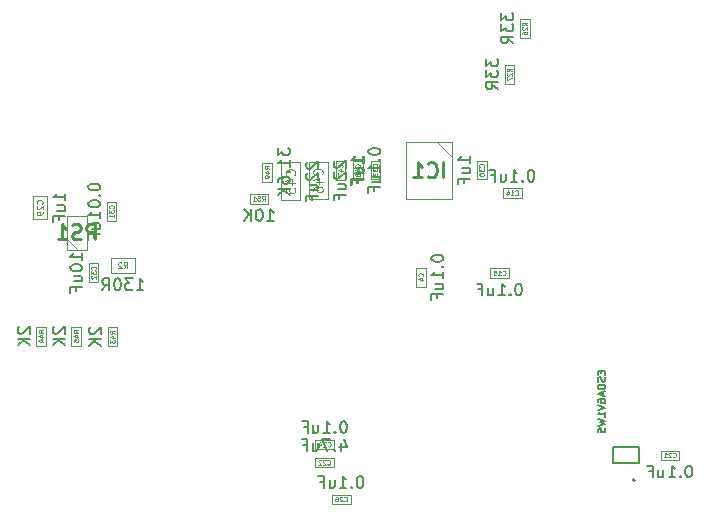
<source format=gbr>
%TF.GenerationSoftware,KiCad,Pcbnew,(6.0.2)*%
%TF.CreationDate,2022-09-17T14:06:51-08:00*%
%TF.ProjectId,HERTZ200,48455254-5a32-4303-902e-6b696361645f,VERSION 1*%
%TF.SameCoordinates,Original*%
%TF.FileFunction,AssemblyDrawing,Bot*%
%FSLAX46Y46*%
G04 Gerber Fmt 4.6, Leading zero omitted, Abs format (unit mm)*
G04 Created by KiCad (PCBNEW (6.0.2)) date 2022-09-17 14:06:51*
%MOMM*%
%LPD*%
G01*
G04 APERTURE LIST*
%ADD10C,0.150000*%
%ADD11C,0.060000*%
%ADD12C,0.120000*%
%ADD13C,0.080000*%
%ADD14C,0.254000*%
%ADD15C,0.100000*%
%ADD16C,0.127000*%
%ADD17C,0.200000*%
G04 APERTURE END LIST*
D10*
%TO.C,C47*%
X60200780Y-47461561D02*
X60200780Y-46890133D01*
X60200780Y-47175847D02*
X59200780Y-47175847D01*
X59343638Y-47080609D01*
X59438876Y-46985371D01*
X59486495Y-46890133D01*
X59534114Y-48318704D02*
X60200780Y-48318704D01*
X59534114Y-47890133D02*
X60057923Y-47890133D01*
X60153161Y-47937752D01*
X60200780Y-48032990D01*
X60200780Y-48175847D01*
X60153161Y-48271085D01*
X60105542Y-48318704D01*
X59676971Y-49128228D02*
X59676971Y-48794895D01*
X60200780Y-48794895D02*
X59200780Y-48794895D01*
X59200780Y-49271085D01*
D11*
X58461257Y-47799657D02*
X58480304Y-47780609D01*
X58499352Y-47723466D01*
X58499352Y-47685371D01*
X58480304Y-47628228D01*
X58442209Y-47590133D01*
X58404114Y-47571085D01*
X58327923Y-47552038D01*
X58270780Y-47552038D01*
X58194590Y-47571085D01*
X58156495Y-47590133D01*
X58118400Y-47628228D01*
X58099352Y-47685371D01*
X58099352Y-47723466D01*
X58118400Y-47780609D01*
X58137447Y-47799657D01*
X58232685Y-48142514D02*
X58499352Y-48142514D01*
X58080304Y-48047276D02*
X58366019Y-47952038D01*
X58366019Y-48199657D01*
X58099352Y-48313942D02*
X58099352Y-48580609D01*
X58499352Y-48409180D01*
D10*
%TO.C,C32*%
X36436580Y-55646771D02*
X36436580Y-55075342D01*
X36436580Y-55361057D02*
X35436580Y-55361057D01*
X35579438Y-55265819D01*
X35674676Y-55170580D01*
X35722295Y-55075342D01*
X35436580Y-56265819D02*
X35436580Y-56361057D01*
X35484200Y-56456295D01*
X35531819Y-56503914D01*
X35627057Y-56551533D01*
X35817533Y-56599152D01*
X36055628Y-56599152D01*
X36246104Y-56551533D01*
X36341342Y-56503914D01*
X36388961Y-56456295D01*
X36436580Y-56361057D01*
X36436580Y-56265819D01*
X36388961Y-56170580D01*
X36341342Y-56122961D01*
X36246104Y-56075342D01*
X36055628Y-56027723D01*
X35817533Y-56027723D01*
X35627057Y-56075342D01*
X35531819Y-56122961D01*
X35484200Y-56170580D01*
X35436580Y-56265819D01*
X35769914Y-57456295D02*
X36436580Y-57456295D01*
X35769914Y-57027723D02*
X36293723Y-57027723D01*
X36388961Y-57075342D01*
X36436580Y-57170580D01*
X36436580Y-57313438D01*
X36388961Y-57408676D01*
X36341342Y-57456295D01*
X35912771Y-58265819D02*
X35912771Y-57932485D01*
X36436580Y-57932485D02*
X35436580Y-57932485D01*
X35436580Y-58408676D01*
D11*
X37557057Y-56461057D02*
X37576104Y-56442009D01*
X37595152Y-56384866D01*
X37595152Y-56346771D01*
X37576104Y-56289628D01*
X37538009Y-56251533D01*
X37499914Y-56232485D01*
X37423723Y-56213438D01*
X37366580Y-56213438D01*
X37290390Y-56232485D01*
X37252295Y-56251533D01*
X37214200Y-56289628D01*
X37195152Y-56346771D01*
X37195152Y-56384866D01*
X37214200Y-56442009D01*
X37233247Y-56461057D01*
X37195152Y-56594390D02*
X37195152Y-56842009D01*
X37347533Y-56708676D01*
X37347533Y-56765819D01*
X37366580Y-56803914D01*
X37385628Y-56822961D01*
X37423723Y-56842009D01*
X37518961Y-56842009D01*
X37557057Y-56822961D01*
X37576104Y-56803914D01*
X37595152Y-56765819D01*
X37595152Y-56651533D01*
X37576104Y-56613438D01*
X37557057Y-56594390D01*
X37233247Y-56994390D02*
X37214200Y-57013438D01*
X37195152Y-57051533D01*
X37195152Y-57146771D01*
X37214200Y-57184866D01*
X37233247Y-57203914D01*
X37271342Y-57222961D01*
X37309438Y-57222961D01*
X37366580Y-57203914D01*
X37595152Y-56975342D01*
X37595152Y-57222961D01*
D10*
%TO.C,C45*%
X55499619Y-47353742D02*
X55452000Y-47401361D01*
X55404380Y-47496600D01*
X55404380Y-47734695D01*
X55452000Y-47829933D01*
X55499619Y-47877552D01*
X55594857Y-47925171D01*
X55690095Y-47925171D01*
X55832952Y-47877552D01*
X56404380Y-47306123D01*
X56404380Y-47925171D01*
X55499619Y-48306123D02*
X55452000Y-48353742D01*
X55404380Y-48448980D01*
X55404380Y-48687076D01*
X55452000Y-48782314D01*
X55499619Y-48829933D01*
X55594857Y-48877552D01*
X55690095Y-48877552D01*
X55832952Y-48829933D01*
X56404380Y-48258504D01*
X56404380Y-48877552D01*
X55737714Y-49734695D02*
X56404380Y-49734695D01*
X55737714Y-49306123D02*
X56261523Y-49306123D01*
X56356761Y-49353742D01*
X56404380Y-49448980D01*
X56404380Y-49591838D01*
X56356761Y-49687076D01*
X56309142Y-49734695D01*
X55880571Y-50544219D02*
X55880571Y-50210885D01*
X56404380Y-50210885D02*
X55404380Y-50210885D01*
X55404380Y-50687076D01*
D12*
X54387714Y-48482314D02*
X54425809Y-48444219D01*
X54463904Y-48329933D01*
X54463904Y-48253742D01*
X54425809Y-48139457D01*
X54349619Y-48063266D01*
X54273428Y-48025171D01*
X54121047Y-47987076D01*
X54006761Y-47987076D01*
X53854380Y-48025171D01*
X53778190Y-48063266D01*
X53702000Y-48139457D01*
X53663904Y-48253742D01*
X53663904Y-48329933D01*
X53702000Y-48444219D01*
X53740095Y-48482314D01*
X53930571Y-49168028D02*
X54463904Y-49168028D01*
X53625809Y-48977552D02*
X54197238Y-48787076D01*
X54197238Y-49282314D01*
X53663904Y-49968028D02*
X53663904Y-49587076D01*
X54044857Y-49548980D01*
X54006761Y-49587076D01*
X53968666Y-49663266D01*
X53968666Y-49853742D01*
X54006761Y-49929933D01*
X54044857Y-49968028D01*
X54121047Y-50006123D01*
X54311523Y-50006123D01*
X54387714Y-49968028D01*
X54425809Y-49929933D01*
X54463904Y-49853742D01*
X54463904Y-49663266D01*
X54425809Y-49587076D01*
X54387714Y-49548980D01*
D10*
%TO.C,C30*%
X69304180Y-47436161D02*
X69304180Y-46864733D01*
X69304180Y-47150447D02*
X68304180Y-47150447D01*
X68447038Y-47055209D01*
X68542276Y-46959971D01*
X68589895Y-46864733D01*
X68637514Y-48293304D02*
X69304180Y-48293304D01*
X68637514Y-47864733D02*
X69161323Y-47864733D01*
X69256561Y-47912352D01*
X69304180Y-48007590D01*
X69304180Y-48150447D01*
X69256561Y-48245685D01*
X69208942Y-48293304D01*
X68780371Y-49102828D02*
X68780371Y-48769495D01*
X69304180Y-48769495D02*
X68304180Y-48769495D01*
X68304180Y-49245685D01*
D11*
X70424657Y-47774257D02*
X70443704Y-47755209D01*
X70462752Y-47698066D01*
X70462752Y-47659971D01*
X70443704Y-47602828D01*
X70405609Y-47564733D01*
X70367514Y-47545685D01*
X70291323Y-47526638D01*
X70234180Y-47526638D01*
X70157990Y-47545685D01*
X70119895Y-47564733D01*
X70081800Y-47602828D01*
X70062752Y-47659971D01*
X70062752Y-47698066D01*
X70081800Y-47755209D01*
X70100847Y-47774257D01*
X70062752Y-47907590D02*
X70062752Y-48155209D01*
X70215133Y-48021876D01*
X70215133Y-48079019D01*
X70234180Y-48117114D01*
X70253228Y-48136161D01*
X70291323Y-48155209D01*
X70386561Y-48155209D01*
X70424657Y-48136161D01*
X70443704Y-48117114D01*
X70462752Y-48079019D01*
X70462752Y-47964733D01*
X70443704Y-47926638D01*
X70424657Y-47907590D01*
X70062752Y-48402828D02*
X70062752Y-48440923D01*
X70081800Y-48479019D01*
X70100847Y-48498066D01*
X70138942Y-48517114D01*
X70215133Y-48536161D01*
X70310371Y-48536161D01*
X70386561Y-48517114D01*
X70424657Y-48498066D01*
X70443704Y-48479019D01*
X70462752Y-48440923D01*
X70462752Y-48402828D01*
X70443704Y-48364733D01*
X70424657Y-48345685D01*
X70386561Y-48326638D01*
X70310371Y-48307590D01*
X70215133Y-48307590D01*
X70138942Y-48326638D01*
X70100847Y-48345685D01*
X70081800Y-48364733D01*
X70062752Y-48402828D01*
D10*
%TO.C,C33*%
X60287180Y-47436161D02*
X60287180Y-46864733D01*
X60287180Y-47150447D02*
X59287180Y-47150447D01*
X59430038Y-47055209D01*
X59525276Y-46959971D01*
X59572895Y-46864733D01*
X59620514Y-48293304D02*
X60287180Y-48293304D01*
X59620514Y-47864733D02*
X60144323Y-47864733D01*
X60239561Y-47912352D01*
X60287180Y-48007590D01*
X60287180Y-48150447D01*
X60239561Y-48245685D01*
X60191942Y-48293304D01*
X59763371Y-49102828D02*
X59763371Y-48769495D01*
X60287180Y-48769495D02*
X59287180Y-48769495D01*
X59287180Y-49245685D01*
D11*
X61407657Y-47774257D02*
X61426704Y-47755209D01*
X61445752Y-47698066D01*
X61445752Y-47659971D01*
X61426704Y-47602828D01*
X61388609Y-47564733D01*
X61350514Y-47545685D01*
X61274323Y-47526638D01*
X61217180Y-47526638D01*
X61140990Y-47545685D01*
X61102895Y-47564733D01*
X61064800Y-47602828D01*
X61045752Y-47659971D01*
X61045752Y-47698066D01*
X61064800Y-47755209D01*
X61083847Y-47774257D01*
X61045752Y-47907590D02*
X61045752Y-48155209D01*
X61198133Y-48021876D01*
X61198133Y-48079019D01*
X61217180Y-48117114D01*
X61236228Y-48136161D01*
X61274323Y-48155209D01*
X61369561Y-48155209D01*
X61407657Y-48136161D01*
X61426704Y-48117114D01*
X61445752Y-48079019D01*
X61445752Y-47964733D01*
X61426704Y-47926638D01*
X61407657Y-47907590D01*
X61045752Y-48288542D02*
X61045752Y-48536161D01*
X61198133Y-48402828D01*
X61198133Y-48459971D01*
X61217180Y-48498066D01*
X61236228Y-48517114D01*
X61274323Y-48536161D01*
X61369561Y-48536161D01*
X61407657Y-48517114D01*
X61426704Y-48498066D01*
X61445752Y-48459971D01*
X61445752Y-48345685D01*
X61426704Y-48307590D01*
X61407657Y-48288542D01*
D10*
%TO.C,R43*%
X37132019Y-61368085D02*
X37084400Y-61415704D01*
X37036780Y-61510942D01*
X37036780Y-61749038D01*
X37084400Y-61844276D01*
X37132019Y-61891895D01*
X37227257Y-61939514D01*
X37322495Y-61939514D01*
X37465352Y-61891895D01*
X38036780Y-61320466D01*
X38036780Y-61939514D01*
X38036780Y-62368085D02*
X37036780Y-62368085D01*
X38036780Y-62939514D02*
X37465352Y-62510942D01*
X37036780Y-62939514D02*
X37608209Y-62368085D01*
D11*
X39195352Y-61896657D02*
X39004876Y-61763323D01*
X39195352Y-61668085D02*
X38795352Y-61668085D01*
X38795352Y-61820466D01*
X38814400Y-61858561D01*
X38833447Y-61877609D01*
X38871542Y-61896657D01*
X38928685Y-61896657D01*
X38966780Y-61877609D01*
X38985828Y-61858561D01*
X39004876Y-61820466D01*
X39004876Y-61668085D01*
X38928685Y-62239514D02*
X39195352Y-62239514D01*
X38776304Y-62144276D02*
X39062019Y-62049038D01*
X39062019Y-62296657D01*
X38795352Y-62410942D02*
X38795352Y-62658561D01*
X38947733Y-62525228D01*
X38947733Y-62582371D01*
X38966780Y-62620466D01*
X38985828Y-62639514D01*
X39023923Y-62658561D01*
X39119161Y-62658561D01*
X39157257Y-62639514D01*
X39176304Y-62620466D01*
X39195352Y-62582371D01*
X39195352Y-62468085D01*
X39176304Y-62429990D01*
X39157257Y-62410942D01*
D10*
%TO.C,C46*%
X57836419Y-47277542D02*
X57788800Y-47325161D01*
X57741180Y-47420400D01*
X57741180Y-47658495D01*
X57788800Y-47753733D01*
X57836419Y-47801352D01*
X57931657Y-47848971D01*
X58026895Y-47848971D01*
X58169752Y-47801352D01*
X58741180Y-47229923D01*
X58741180Y-47848971D01*
X57836419Y-48229923D02*
X57788800Y-48277542D01*
X57741180Y-48372780D01*
X57741180Y-48610876D01*
X57788800Y-48706114D01*
X57836419Y-48753733D01*
X57931657Y-48801352D01*
X58026895Y-48801352D01*
X58169752Y-48753733D01*
X58741180Y-48182304D01*
X58741180Y-48801352D01*
X58074514Y-49658495D02*
X58741180Y-49658495D01*
X58074514Y-49229923D02*
X58598323Y-49229923D01*
X58693561Y-49277542D01*
X58741180Y-49372780D01*
X58741180Y-49515638D01*
X58693561Y-49610876D01*
X58645942Y-49658495D01*
X58217371Y-50468019D02*
X58217371Y-50134685D01*
X58741180Y-50134685D02*
X57741180Y-50134685D01*
X57741180Y-50610876D01*
D12*
X56724514Y-48406114D02*
X56762609Y-48368019D01*
X56800704Y-48253733D01*
X56800704Y-48177542D01*
X56762609Y-48063257D01*
X56686419Y-47987066D01*
X56610228Y-47948971D01*
X56457847Y-47910876D01*
X56343561Y-47910876D01*
X56191180Y-47948971D01*
X56114990Y-47987066D01*
X56038800Y-48063257D01*
X56000704Y-48177542D01*
X56000704Y-48253733D01*
X56038800Y-48368019D01*
X56076895Y-48406114D01*
X56267371Y-49091828D02*
X56800704Y-49091828D01*
X55962609Y-48901352D02*
X56534038Y-48710876D01*
X56534038Y-49206114D01*
X56000704Y-49853733D02*
X56000704Y-49701352D01*
X56038800Y-49625161D01*
X56076895Y-49587066D01*
X56191180Y-49510876D01*
X56343561Y-49472780D01*
X56648323Y-49472780D01*
X56724514Y-49510876D01*
X56762609Y-49548971D01*
X56800704Y-49625161D01*
X56800704Y-49777542D01*
X56762609Y-49853733D01*
X56724514Y-49891828D01*
X56648323Y-49929923D01*
X56457847Y-49929923D01*
X56381657Y-49891828D01*
X56343561Y-49853733D01*
X56305466Y-49777542D01*
X56305466Y-49625161D01*
X56343561Y-49548971D01*
X56381657Y-49510876D01*
X56457847Y-49472780D01*
D10*
%TO.C,R26*%
X71936380Y-34733076D02*
X71936380Y-35352123D01*
X72317333Y-35018790D01*
X72317333Y-35161647D01*
X72364952Y-35256885D01*
X72412571Y-35304504D01*
X72507809Y-35352123D01*
X72745904Y-35352123D01*
X72841142Y-35304504D01*
X72888761Y-35256885D01*
X72936380Y-35161647D01*
X72936380Y-34875933D01*
X72888761Y-34780695D01*
X72841142Y-34733076D01*
X71936380Y-35685457D02*
X71936380Y-36304504D01*
X72317333Y-35971171D01*
X72317333Y-36114028D01*
X72364952Y-36209266D01*
X72412571Y-36256885D01*
X72507809Y-36304504D01*
X72745904Y-36304504D01*
X72841142Y-36256885D01*
X72888761Y-36209266D01*
X72936380Y-36114028D01*
X72936380Y-35828314D01*
X72888761Y-35733076D01*
X72841142Y-35685457D01*
X72936380Y-37304504D02*
X72460190Y-36971171D01*
X72936380Y-36733076D02*
X71936380Y-36733076D01*
X71936380Y-37114028D01*
X71984000Y-37209266D01*
X72031619Y-37256885D01*
X72126857Y-37304504D01*
X72269714Y-37304504D01*
X72364952Y-37256885D01*
X72412571Y-37209266D01*
X72460190Y-37114028D01*
X72460190Y-36733076D01*
D11*
X74094952Y-35785457D02*
X73904476Y-35652123D01*
X74094952Y-35556885D02*
X73694952Y-35556885D01*
X73694952Y-35709266D01*
X73714000Y-35747361D01*
X73733047Y-35766409D01*
X73771142Y-35785457D01*
X73828285Y-35785457D01*
X73866380Y-35766409D01*
X73885428Y-35747361D01*
X73904476Y-35709266D01*
X73904476Y-35556885D01*
X73733047Y-35937838D02*
X73714000Y-35956885D01*
X73694952Y-35994980D01*
X73694952Y-36090219D01*
X73714000Y-36128314D01*
X73733047Y-36147361D01*
X73771142Y-36166409D01*
X73809238Y-36166409D01*
X73866380Y-36147361D01*
X74094952Y-35918790D01*
X74094952Y-36166409D01*
X73694952Y-36509266D02*
X73694952Y-36433076D01*
X73714000Y-36394980D01*
X73733047Y-36375933D01*
X73790190Y-36337838D01*
X73866380Y-36318790D01*
X74018761Y-36318790D01*
X74056857Y-36337838D01*
X74075904Y-36356885D01*
X74094952Y-36394980D01*
X74094952Y-36471171D01*
X74075904Y-36509266D01*
X74056857Y-36528314D01*
X74018761Y-36547361D01*
X73923523Y-36547361D01*
X73885428Y-36528314D01*
X73866380Y-36509266D01*
X73847333Y-36471171D01*
X73847333Y-36394980D01*
X73866380Y-36356885D01*
X73885428Y-36337838D01*
X73923523Y-36318790D01*
D10*
%TO.C,C31*%
X36960580Y-49417552D02*
X36960580Y-49512790D01*
X37008200Y-49608028D01*
X37055819Y-49655647D01*
X37151057Y-49703266D01*
X37341533Y-49750885D01*
X37579628Y-49750885D01*
X37770104Y-49703266D01*
X37865342Y-49655647D01*
X37912961Y-49608028D01*
X37960580Y-49512790D01*
X37960580Y-49417552D01*
X37912961Y-49322314D01*
X37865342Y-49274695D01*
X37770104Y-49227076D01*
X37579628Y-49179457D01*
X37341533Y-49179457D01*
X37151057Y-49227076D01*
X37055819Y-49274695D01*
X37008200Y-49322314D01*
X36960580Y-49417552D01*
X37865342Y-50179457D02*
X37912961Y-50227076D01*
X37960580Y-50179457D01*
X37912961Y-50131838D01*
X37865342Y-50179457D01*
X37960580Y-50179457D01*
X36960580Y-50846123D02*
X36960580Y-50941361D01*
X37008200Y-51036600D01*
X37055819Y-51084219D01*
X37151057Y-51131838D01*
X37341533Y-51179457D01*
X37579628Y-51179457D01*
X37770104Y-51131838D01*
X37865342Y-51084219D01*
X37912961Y-51036600D01*
X37960580Y-50941361D01*
X37960580Y-50846123D01*
X37912961Y-50750885D01*
X37865342Y-50703266D01*
X37770104Y-50655647D01*
X37579628Y-50608028D01*
X37341533Y-50608028D01*
X37151057Y-50655647D01*
X37055819Y-50703266D01*
X37008200Y-50750885D01*
X36960580Y-50846123D01*
X37960580Y-52131838D02*
X37960580Y-51560409D01*
X37960580Y-51846123D02*
X36960580Y-51846123D01*
X37103438Y-51750885D01*
X37198676Y-51655647D01*
X37246295Y-51560409D01*
X37293914Y-52988980D02*
X37960580Y-52988980D01*
X37293914Y-52560409D02*
X37817723Y-52560409D01*
X37912961Y-52608028D01*
X37960580Y-52703266D01*
X37960580Y-52846123D01*
X37912961Y-52941361D01*
X37865342Y-52988980D01*
X37436771Y-53798504D02*
X37436771Y-53465171D01*
X37960580Y-53465171D02*
X36960580Y-53465171D01*
X36960580Y-53941361D01*
D11*
X39081057Y-51279457D02*
X39100104Y-51260409D01*
X39119152Y-51203266D01*
X39119152Y-51165171D01*
X39100104Y-51108028D01*
X39062009Y-51069933D01*
X39023914Y-51050885D01*
X38947723Y-51031838D01*
X38890580Y-51031838D01*
X38814390Y-51050885D01*
X38776295Y-51069933D01*
X38738200Y-51108028D01*
X38719152Y-51165171D01*
X38719152Y-51203266D01*
X38738200Y-51260409D01*
X38757247Y-51279457D01*
X38719152Y-51412790D02*
X38719152Y-51660409D01*
X38871533Y-51527076D01*
X38871533Y-51584219D01*
X38890580Y-51622314D01*
X38909628Y-51641361D01*
X38947723Y-51660409D01*
X39042961Y-51660409D01*
X39081057Y-51641361D01*
X39100104Y-51622314D01*
X39119152Y-51584219D01*
X39119152Y-51469933D01*
X39100104Y-51431838D01*
X39081057Y-51412790D01*
X39119152Y-52041361D02*
X39119152Y-51812790D01*
X39119152Y-51927076D02*
X38719152Y-51927076D01*
X38776295Y-51888980D01*
X38814390Y-51850885D01*
X38833438Y-51812790D01*
D10*
%TO.C,C24*%
X58615057Y-69294780D02*
X58519819Y-69294780D01*
X58424580Y-69342400D01*
X58376961Y-69390019D01*
X58329342Y-69485257D01*
X58281723Y-69675733D01*
X58281723Y-69913828D01*
X58329342Y-70104304D01*
X58376961Y-70199542D01*
X58424580Y-70247161D01*
X58519819Y-70294780D01*
X58615057Y-70294780D01*
X58710295Y-70247161D01*
X58757914Y-70199542D01*
X58805533Y-70104304D01*
X58853152Y-69913828D01*
X58853152Y-69675733D01*
X58805533Y-69485257D01*
X58757914Y-69390019D01*
X58710295Y-69342400D01*
X58615057Y-69294780D01*
X57853152Y-70199542D02*
X57805533Y-70247161D01*
X57853152Y-70294780D01*
X57900771Y-70247161D01*
X57853152Y-70199542D01*
X57853152Y-70294780D01*
X56853152Y-70294780D02*
X57424580Y-70294780D01*
X57138866Y-70294780D02*
X57138866Y-69294780D01*
X57234104Y-69437638D01*
X57329342Y-69532876D01*
X57424580Y-69580495D01*
X55996009Y-69628114D02*
X55996009Y-70294780D01*
X56424580Y-69628114D02*
X56424580Y-70151923D01*
X56376961Y-70247161D01*
X56281723Y-70294780D01*
X56138866Y-70294780D01*
X56043628Y-70247161D01*
X55996009Y-70199542D01*
X55186485Y-69770971D02*
X55519819Y-69770971D01*
X55519819Y-70294780D02*
X55519819Y-69294780D01*
X55043628Y-69294780D01*
D11*
X57229342Y-71415257D02*
X57248390Y-71434304D01*
X57305533Y-71453352D01*
X57343628Y-71453352D01*
X57400771Y-71434304D01*
X57438866Y-71396209D01*
X57457914Y-71358114D01*
X57476961Y-71281923D01*
X57476961Y-71224780D01*
X57457914Y-71148590D01*
X57438866Y-71110495D01*
X57400771Y-71072400D01*
X57343628Y-71053352D01*
X57305533Y-71053352D01*
X57248390Y-71072400D01*
X57229342Y-71091447D01*
X57076961Y-71091447D02*
X57057914Y-71072400D01*
X57019819Y-71053352D01*
X56924580Y-71053352D01*
X56886485Y-71072400D01*
X56867438Y-71091447D01*
X56848390Y-71129542D01*
X56848390Y-71167638D01*
X56867438Y-71224780D01*
X57096009Y-71453352D01*
X56848390Y-71453352D01*
X56505533Y-71186685D02*
X56505533Y-71453352D01*
X56600771Y-71034304D02*
X56696009Y-71320019D01*
X56448390Y-71320019D01*
D10*
%TO.C,C21*%
X87850457Y-73069180D02*
X87755219Y-73069180D01*
X87659980Y-73116800D01*
X87612361Y-73164419D01*
X87564742Y-73259657D01*
X87517123Y-73450133D01*
X87517123Y-73688228D01*
X87564742Y-73878704D01*
X87612361Y-73973942D01*
X87659980Y-74021561D01*
X87755219Y-74069180D01*
X87850457Y-74069180D01*
X87945695Y-74021561D01*
X87993314Y-73973942D01*
X88040933Y-73878704D01*
X88088552Y-73688228D01*
X88088552Y-73450133D01*
X88040933Y-73259657D01*
X87993314Y-73164419D01*
X87945695Y-73116800D01*
X87850457Y-73069180D01*
X87088552Y-73973942D02*
X87040933Y-74021561D01*
X87088552Y-74069180D01*
X87136171Y-74021561D01*
X87088552Y-73973942D01*
X87088552Y-74069180D01*
X86088552Y-74069180D02*
X86659980Y-74069180D01*
X86374266Y-74069180D02*
X86374266Y-73069180D01*
X86469504Y-73212038D01*
X86564742Y-73307276D01*
X86659980Y-73354895D01*
X85231409Y-73402514D02*
X85231409Y-74069180D01*
X85659980Y-73402514D02*
X85659980Y-73926323D01*
X85612361Y-74021561D01*
X85517123Y-74069180D01*
X85374266Y-74069180D01*
X85279028Y-74021561D01*
X85231409Y-73973942D01*
X84421885Y-73545371D02*
X84755219Y-73545371D01*
X84755219Y-74069180D02*
X84755219Y-73069180D01*
X84279028Y-73069180D01*
D11*
X86464742Y-72329657D02*
X86483790Y-72348704D01*
X86540933Y-72367752D01*
X86579028Y-72367752D01*
X86636171Y-72348704D01*
X86674266Y-72310609D01*
X86693314Y-72272514D01*
X86712361Y-72196323D01*
X86712361Y-72139180D01*
X86693314Y-72062990D01*
X86674266Y-72024895D01*
X86636171Y-71986800D01*
X86579028Y-71967752D01*
X86540933Y-71967752D01*
X86483790Y-71986800D01*
X86464742Y-72005847D01*
X86312361Y-72005847D02*
X86293314Y-71986800D01*
X86255219Y-71967752D01*
X86159980Y-71967752D01*
X86121885Y-71986800D01*
X86102838Y-72005847D01*
X86083790Y-72043942D01*
X86083790Y-72082038D01*
X86102838Y-72139180D01*
X86331409Y-72367752D01*
X86083790Y-72367752D01*
X85702838Y-72367752D02*
X85931409Y-72367752D01*
X85817123Y-72367752D02*
X85817123Y-71967752D01*
X85855219Y-72024895D01*
X85893314Y-72062990D01*
X85931409Y-72082038D01*
D10*
%TO.C,C14*%
X74490057Y-48009580D02*
X74394819Y-48009580D01*
X74299580Y-48057200D01*
X74251961Y-48104819D01*
X74204342Y-48200057D01*
X74156723Y-48390533D01*
X74156723Y-48628628D01*
X74204342Y-48819104D01*
X74251961Y-48914342D01*
X74299580Y-48961961D01*
X74394819Y-49009580D01*
X74490057Y-49009580D01*
X74585295Y-48961961D01*
X74632914Y-48914342D01*
X74680533Y-48819104D01*
X74728152Y-48628628D01*
X74728152Y-48390533D01*
X74680533Y-48200057D01*
X74632914Y-48104819D01*
X74585295Y-48057200D01*
X74490057Y-48009580D01*
X73728152Y-48914342D02*
X73680533Y-48961961D01*
X73728152Y-49009580D01*
X73775771Y-48961961D01*
X73728152Y-48914342D01*
X73728152Y-49009580D01*
X72728152Y-49009580D02*
X73299580Y-49009580D01*
X73013866Y-49009580D02*
X73013866Y-48009580D01*
X73109104Y-48152438D01*
X73204342Y-48247676D01*
X73299580Y-48295295D01*
X71871009Y-48342914D02*
X71871009Y-49009580D01*
X72299580Y-48342914D02*
X72299580Y-48866723D01*
X72251961Y-48961961D01*
X72156723Y-49009580D01*
X72013866Y-49009580D01*
X71918628Y-48961961D01*
X71871009Y-48914342D01*
X71061485Y-48485771D02*
X71394819Y-48485771D01*
X71394819Y-49009580D02*
X71394819Y-48009580D01*
X70918628Y-48009580D01*
D11*
X73104342Y-50130057D02*
X73123390Y-50149104D01*
X73180533Y-50168152D01*
X73218628Y-50168152D01*
X73275771Y-50149104D01*
X73313866Y-50111009D01*
X73332914Y-50072914D01*
X73351961Y-49996723D01*
X73351961Y-49939580D01*
X73332914Y-49863390D01*
X73313866Y-49825295D01*
X73275771Y-49787200D01*
X73218628Y-49768152D01*
X73180533Y-49768152D01*
X73123390Y-49787200D01*
X73104342Y-49806247D01*
X72723390Y-50168152D02*
X72951961Y-50168152D01*
X72837676Y-50168152D02*
X72837676Y-49768152D01*
X72875771Y-49825295D01*
X72913866Y-49863390D01*
X72951961Y-49882438D01*
X72380533Y-49901485D02*
X72380533Y-50168152D01*
X72475771Y-49749104D02*
X72571009Y-50034819D01*
X72323390Y-50034819D01*
D10*
%TO.C,C26*%
X60012057Y-73942980D02*
X59916819Y-73942980D01*
X59821580Y-73990600D01*
X59773961Y-74038219D01*
X59726342Y-74133457D01*
X59678723Y-74323933D01*
X59678723Y-74562028D01*
X59726342Y-74752504D01*
X59773961Y-74847742D01*
X59821580Y-74895361D01*
X59916819Y-74942980D01*
X60012057Y-74942980D01*
X60107295Y-74895361D01*
X60154914Y-74847742D01*
X60202533Y-74752504D01*
X60250152Y-74562028D01*
X60250152Y-74323933D01*
X60202533Y-74133457D01*
X60154914Y-74038219D01*
X60107295Y-73990600D01*
X60012057Y-73942980D01*
X59250152Y-74847742D02*
X59202533Y-74895361D01*
X59250152Y-74942980D01*
X59297771Y-74895361D01*
X59250152Y-74847742D01*
X59250152Y-74942980D01*
X58250152Y-74942980D02*
X58821580Y-74942980D01*
X58535866Y-74942980D02*
X58535866Y-73942980D01*
X58631104Y-74085838D01*
X58726342Y-74181076D01*
X58821580Y-74228695D01*
X57393009Y-74276314D02*
X57393009Y-74942980D01*
X57821580Y-74276314D02*
X57821580Y-74800123D01*
X57773961Y-74895361D01*
X57678723Y-74942980D01*
X57535866Y-74942980D01*
X57440628Y-74895361D01*
X57393009Y-74847742D01*
X56583485Y-74419171D02*
X56916819Y-74419171D01*
X56916819Y-74942980D02*
X56916819Y-73942980D01*
X56440628Y-73942980D01*
D11*
X58626342Y-76063457D02*
X58645390Y-76082504D01*
X58702533Y-76101552D01*
X58740628Y-76101552D01*
X58797771Y-76082504D01*
X58835866Y-76044409D01*
X58854914Y-76006314D01*
X58873961Y-75930123D01*
X58873961Y-75872980D01*
X58854914Y-75796790D01*
X58835866Y-75758695D01*
X58797771Y-75720600D01*
X58740628Y-75701552D01*
X58702533Y-75701552D01*
X58645390Y-75720600D01*
X58626342Y-75739647D01*
X58473961Y-75739647D02*
X58454914Y-75720600D01*
X58416819Y-75701552D01*
X58321580Y-75701552D01*
X58283485Y-75720600D01*
X58264438Y-75739647D01*
X58245390Y-75777742D01*
X58245390Y-75815838D01*
X58264438Y-75872980D01*
X58493009Y-76101552D01*
X58245390Y-76101552D01*
X57902533Y-75701552D02*
X57978723Y-75701552D01*
X58016819Y-75720600D01*
X58035866Y-75739647D01*
X58073961Y-75796790D01*
X58093009Y-75872980D01*
X58093009Y-76025361D01*
X58073961Y-76063457D01*
X58054914Y-76082504D01*
X58016819Y-76101552D01*
X57940628Y-76101552D01*
X57902533Y-76082504D01*
X57883485Y-76063457D01*
X57864438Y-76025361D01*
X57864438Y-75930123D01*
X57883485Y-75892028D01*
X57902533Y-75872980D01*
X57940628Y-75853933D01*
X58016819Y-75853933D01*
X58054914Y-75872980D01*
X58073961Y-75892028D01*
X58093009Y-75930123D01*
D10*
%TO.C,C22*%
X58351561Y-71152114D02*
X58351561Y-71818780D01*
X58589657Y-70771161D02*
X58827752Y-71485447D01*
X58208704Y-71485447D01*
X57827752Y-71723542D02*
X57780133Y-71771161D01*
X57827752Y-71818780D01*
X57875371Y-71771161D01*
X57827752Y-71723542D01*
X57827752Y-71818780D01*
X57446800Y-70818780D02*
X56780133Y-70818780D01*
X57208704Y-71818780D01*
X55970609Y-71152114D02*
X55970609Y-71818780D01*
X56399180Y-71152114D02*
X56399180Y-71675923D01*
X56351561Y-71771161D01*
X56256323Y-71818780D01*
X56113466Y-71818780D01*
X56018228Y-71771161D01*
X55970609Y-71723542D01*
X55161085Y-71294971D02*
X55494419Y-71294971D01*
X55494419Y-71818780D02*
X55494419Y-70818780D01*
X55018228Y-70818780D01*
D11*
X57203942Y-72939257D02*
X57222990Y-72958304D01*
X57280133Y-72977352D01*
X57318228Y-72977352D01*
X57375371Y-72958304D01*
X57413466Y-72920209D01*
X57432514Y-72882114D01*
X57451561Y-72805923D01*
X57451561Y-72748780D01*
X57432514Y-72672590D01*
X57413466Y-72634495D01*
X57375371Y-72596400D01*
X57318228Y-72577352D01*
X57280133Y-72577352D01*
X57222990Y-72596400D01*
X57203942Y-72615447D01*
X57051561Y-72615447D02*
X57032514Y-72596400D01*
X56994419Y-72577352D01*
X56899180Y-72577352D01*
X56861085Y-72596400D01*
X56842038Y-72615447D01*
X56822990Y-72653542D01*
X56822990Y-72691638D01*
X56842038Y-72748780D01*
X57070609Y-72977352D01*
X56822990Y-72977352D01*
X56670609Y-72615447D02*
X56651561Y-72596400D01*
X56613466Y-72577352D01*
X56518228Y-72577352D01*
X56480133Y-72596400D01*
X56461085Y-72615447D01*
X56442038Y-72653542D01*
X56442038Y-72691638D01*
X56461085Y-72748780D01*
X56689657Y-72977352D01*
X56442038Y-72977352D01*
D10*
%TO.C,R2*%
X41044666Y-58210980D02*
X41616095Y-58210980D01*
X41330380Y-58210980D02*
X41330380Y-57210980D01*
X41425619Y-57353838D01*
X41520857Y-57449076D01*
X41616095Y-57496695D01*
X40711333Y-57210980D02*
X40092285Y-57210980D01*
X40425619Y-57591933D01*
X40282761Y-57591933D01*
X40187523Y-57639552D01*
X40139904Y-57687171D01*
X40092285Y-57782409D01*
X40092285Y-58020504D01*
X40139904Y-58115742D01*
X40187523Y-58163361D01*
X40282761Y-58210980D01*
X40568476Y-58210980D01*
X40663714Y-58163361D01*
X40711333Y-58115742D01*
X39473238Y-57210980D02*
X39378000Y-57210980D01*
X39282761Y-57258600D01*
X39235142Y-57306219D01*
X39187523Y-57401457D01*
X39139904Y-57591933D01*
X39139904Y-57830028D01*
X39187523Y-58020504D01*
X39235142Y-58115742D01*
X39282761Y-58163361D01*
X39378000Y-58210980D01*
X39473238Y-58210980D01*
X39568476Y-58163361D01*
X39616095Y-58115742D01*
X39663714Y-58020504D01*
X39711333Y-57830028D01*
X39711333Y-57591933D01*
X39663714Y-57401457D01*
X39616095Y-57306219D01*
X39568476Y-57258600D01*
X39473238Y-57210980D01*
X38139904Y-58210980D02*
X38473238Y-57734790D01*
X38711333Y-58210980D02*
X38711333Y-57210980D01*
X38330380Y-57210980D01*
X38235142Y-57258600D01*
X38187523Y-57306219D01*
X38139904Y-57401457D01*
X38139904Y-57544314D01*
X38187523Y-57639552D01*
X38235142Y-57687171D01*
X38330380Y-57734790D01*
X38711333Y-57734790D01*
D13*
X39961333Y-56334790D02*
X40128000Y-56096695D01*
X40247047Y-56334790D02*
X40247047Y-55834790D01*
X40056571Y-55834790D01*
X40008952Y-55858600D01*
X39985142Y-55882409D01*
X39961333Y-55930028D01*
X39961333Y-56001457D01*
X39985142Y-56049076D01*
X40008952Y-56072885D01*
X40056571Y-56096695D01*
X40247047Y-56096695D01*
X39770857Y-55882409D02*
X39747047Y-55858600D01*
X39699428Y-55834790D01*
X39580380Y-55834790D01*
X39532761Y-55858600D01*
X39508952Y-55882409D01*
X39485142Y-55930028D01*
X39485142Y-55977647D01*
X39508952Y-56049076D01*
X39794666Y-56334790D01*
X39485142Y-56334790D01*
D10*
%TO.C,D4*%
X80393385Y-65045613D02*
X80393385Y-65258947D01*
X80728623Y-65350375D02*
X80728623Y-65045613D01*
X80088623Y-65045613D01*
X80088623Y-65350375D01*
X80698147Y-65594185D02*
X80728623Y-65685613D01*
X80728623Y-65837994D01*
X80698147Y-65898947D01*
X80667671Y-65929423D01*
X80606719Y-65959899D01*
X80545766Y-65959899D01*
X80484814Y-65929423D01*
X80454338Y-65898947D01*
X80423861Y-65837994D01*
X80393385Y-65716090D01*
X80362909Y-65655137D01*
X80332433Y-65624661D01*
X80271480Y-65594185D01*
X80210528Y-65594185D01*
X80149576Y-65624661D01*
X80119100Y-65655137D01*
X80088623Y-65716090D01*
X80088623Y-65868470D01*
X80119100Y-65959899D01*
X80728623Y-66234185D02*
X80088623Y-66234185D01*
X80088623Y-66386566D01*
X80119100Y-66477994D01*
X80180052Y-66538947D01*
X80241004Y-66569423D01*
X80362909Y-66599899D01*
X80454338Y-66599899D01*
X80576242Y-66569423D01*
X80637195Y-66538947D01*
X80698147Y-66477994D01*
X80728623Y-66386566D01*
X80728623Y-66234185D01*
X80545766Y-66843709D02*
X80545766Y-67148470D01*
X80728623Y-66782756D02*
X80088623Y-66996090D01*
X80728623Y-67209423D01*
X80088623Y-67697042D02*
X80088623Y-67575137D01*
X80119100Y-67514185D01*
X80149576Y-67483709D01*
X80241004Y-67422756D01*
X80362909Y-67392280D01*
X80606719Y-67392280D01*
X80667671Y-67422756D01*
X80698147Y-67453232D01*
X80728623Y-67514185D01*
X80728623Y-67636090D01*
X80698147Y-67697042D01*
X80667671Y-67727518D01*
X80606719Y-67757994D01*
X80454338Y-67757994D01*
X80393385Y-67727518D01*
X80362909Y-67697042D01*
X80332433Y-67636090D01*
X80332433Y-67514185D01*
X80362909Y-67453232D01*
X80393385Y-67422756D01*
X80454338Y-67392280D01*
X80088623Y-67940851D02*
X80728623Y-68154185D01*
X80088623Y-68367518D01*
X80728623Y-68916090D02*
X80728623Y-68550375D01*
X80728623Y-68733232D02*
X80088623Y-68733232D01*
X80180052Y-68672280D01*
X80241004Y-68611328D01*
X80271480Y-68550375D01*
X80088623Y-69129423D02*
X80728623Y-69281804D01*
X80271480Y-69403709D01*
X80728623Y-69525613D01*
X80088623Y-69677994D01*
X80088623Y-70226566D02*
X80088623Y-69921804D01*
X80393385Y-69891328D01*
X80362909Y-69921804D01*
X80332433Y-69982756D01*
X80332433Y-70135137D01*
X80362909Y-70196090D01*
X80393385Y-70226566D01*
X80454338Y-70257042D01*
X80606719Y-70257042D01*
X80667671Y-70226566D01*
X80698147Y-70196090D01*
X80728623Y-70135137D01*
X80728623Y-69982756D01*
X80698147Y-69921804D01*
X80667671Y-69891328D01*
%TO.C,C48*%
X60673980Y-46413942D02*
X60673980Y-46509180D01*
X60721600Y-46604419D01*
X60769219Y-46652038D01*
X60864457Y-46699657D01*
X61054933Y-46747276D01*
X61293028Y-46747276D01*
X61483504Y-46699657D01*
X61578742Y-46652038D01*
X61626361Y-46604419D01*
X61673980Y-46509180D01*
X61673980Y-46413942D01*
X61626361Y-46318704D01*
X61578742Y-46271085D01*
X61483504Y-46223466D01*
X61293028Y-46175847D01*
X61054933Y-46175847D01*
X60864457Y-46223466D01*
X60769219Y-46271085D01*
X60721600Y-46318704D01*
X60673980Y-46413942D01*
X61578742Y-47175847D02*
X61626361Y-47223466D01*
X61673980Y-47175847D01*
X61626361Y-47128228D01*
X61578742Y-47175847D01*
X61673980Y-47175847D01*
X61673980Y-48175847D02*
X61673980Y-47604419D01*
X61673980Y-47890133D02*
X60673980Y-47890133D01*
X60816838Y-47794895D01*
X60912076Y-47699657D01*
X60959695Y-47604419D01*
X61007314Y-49032990D02*
X61673980Y-49032990D01*
X61007314Y-48604419D02*
X61531123Y-48604419D01*
X61626361Y-48652038D01*
X61673980Y-48747276D01*
X61673980Y-48890133D01*
X61626361Y-48985371D01*
X61578742Y-49032990D01*
X61150171Y-49842514D02*
X61150171Y-49509180D01*
X61673980Y-49509180D02*
X60673980Y-49509180D01*
X60673980Y-49985371D01*
D11*
X59934457Y-47799657D02*
X59953504Y-47780609D01*
X59972552Y-47723466D01*
X59972552Y-47685371D01*
X59953504Y-47628228D01*
X59915409Y-47590133D01*
X59877314Y-47571085D01*
X59801123Y-47552038D01*
X59743980Y-47552038D01*
X59667790Y-47571085D01*
X59629695Y-47590133D01*
X59591600Y-47628228D01*
X59572552Y-47685371D01*
X59572552Y-47723466D01*
X59591600Y-47780609D01*
X59610647Y-47799657D01*
X59705885Y-48142514D02*
X59972552Y-48142514D01*
X59553504Y-48047276D02*
X59839219Y-47952038D01*
X59839219Y-48199657D01*
X59743980Y-48409180D02*
X59724933Y-48371085D01*
X59705885Y-48352038D01*
X59667790Y-48332990D01*
X59648742Y-48332990D01*
X59610647Y-48352038D01*
X59591600Y-48371085D01*
X59572552Y-48409180D01*
X59572552Y-48485371D01*
X59591600Y-48523466D01*
X59610647Y-48542514D01*
X59648742Y-48561561D01*
X59667790Y-48561561D01*
X59705885Y-48542514D01*
X59724933Y-48523466D01*
X59743980Y-48485371D01*
X59743980Y-48409180D01*
X59763028Y-48371085D01*
X59782076Y-48352038D01*
X59820171Y-48332990D01*
X59896361Y-48332990D01*
X59934457Y-48352038D01*
X59953504Y-48371085D01*
X59972552Y-48409180D01*
X59972552Y-48485371D01*
X59953504Y-48523466D01*
X59934457Y-48542514D01*
X59896361Y-48561561D01*
X59820171Y-48561561D01*
X59782076Y-48542514D01*
X59763028Y-48523466D01*
X59743980Y-48485371D01*
D14*
%TO.C,IC1*%
X67025761Y-48656723D02*
X67025761Y-47386723D01*
X65695285Y-48535771D02*
X65755761Y-48596247D01*
X65937190Y-48656723D01*
X66058142Y-48656723D01*
X66239571Y-48596247D01*
X66360523Y-48475295D01*
X66421000Y-48354342D01*
X66481476Y-48112438D01*
X66481476Y-47931009D01*
X66421000Y-47689104D01*
X66360523Y-47568152D01*
X66239571Y-47447200D01*
X66058142Y-47386723D01*
X65937190Y-47386723D01*
X65755761Y-47447200D01*
X65695285Y-47507676D01*
X64485761Y-48656723D02*
X65211476Y-48656723D01*
X64848619Y-48656723D02*
X64848619Y-47386723D01*
X64969571Y-47568152D01*
X65090523Y-47689104D01*
X65211476Y-47749580D01*
D10*
%TO.C,R49*%
X53003180Y-46185390D02*
X53003180Y-46804438D01*
X53384133Y-46471104D01*
X53384133Y-46613961D01*
X53431752Y-46709200D01*
X53479371Y-46756819D01*
X53574609Y-46804438D01*
X53812704Y-46804438D01*
X53907942Y-46756819D01*
X53955561Y-46709200D01*
X54003180Y-46613961D01*
X54003180Y-46328247D01*
X53955561Y-46233009D01*
X53907942Y-46185390D01*
X54003180Y-47756819D02*
X54003180Y-47185390D01*
X54003180Y-47471104D02*
X53003180Y-47471104D01*
X53146038Y-47375866D01*
X53241276Y-47280628D01*
X53288895Y-47185390D01*
X53907942Y-48185390D02*
X53955561Y-48233009D01*
X54003180Y-48185390D01*
X53955561Y-48137771D01*
X53907942Y-48185390D01*
X54003180Y-48185390D01*
X53003180Y-49090152D02*
X53003180Y-48899676D01*
X53050800Y-48804438D01*
X53098419Y-48756819D01*
X53241276Y-48661580D01*
X53431752Y-48613961D01*
X53812704Y-48613961D01*
X53907942Y-48661580D01*
X53955561Y-48709200D01*
X54003180Y-48804438D01*
X54003180Y-48994914D01*
X53955561Y-49090152D01*
X53907942Y-49137771D01*
X53812704Y-49185390D01*
X53574609Y-49185390D01*
X53479371Y-49137771D01*
X53431752Y-49090152D01*
X53384133Y-48994914D01*
X53384133Y-48804438D01*
X53431752Y-48709200D01*
X53479371Y-48661580D01*
X53574609Y-48613961D01*
X54003180Y-49613961D02*
X53003180Y-49613961D01*
X54003180Y-50185390D02*
X53431752Y-49756819D01*
X53003180Y-50185390D02*
X53574609Y-49613961D01*
D11*
X52301752Y-47952057D02*
X52111276Y-47818723D01*
X52301752Y-47723485D02*
X51901752Y-47723485D01*
X51901752Y-47875866D01*
X51920800Y-47913961D01*
X51939847Y-47933009D01*
X51977942Y-47952057D01*
X52035085Y-47952057D01*
X52073180Y-47933009D01*
X52092228Y-47913961D01*
X52111276Y-47875866D01*
X52111276Y-47723485D01*
X52035085Y-48294914D02*
X52301752Y-48294914D01*
X51882704Y-48199676D02*
X52168419Y-48104438D01*
X52168419Y-48352057D01*
X52301752Y-48523485D02*
X52301752Y-48599676D01*
X52282704Y-48637771D01*
X52263657Y-48656819D01*
X52206514Y-48694914D01*
X52130323Y-48713961D01*
X51977942Y-48713961D01*
X51939847Y-48694914D01*
X51920800Y-48675866D01*
X51901752Y-48637771D01*
X51901752Y-48561580D01*
X51920800Y-48523485D01*
X51939847Y-48504438D01*
X51977942Y-48485390D01*
X52073180Y-48485390D01*
X52111276Y-48504438D01*
X52130323Y-48523485D01*
X52149371Y-48561580D01*
X52149371Y-48637771D01*
X52130323Y-48675866D01*
X52111276Y-48694914D01*
X52073180Y-48713961D01*
D10*
%TO.C,C29*%
X34999980Y-50611161D02*
X34999980Y-50039733D01*
X34999980Y-50325447D02*
X33999980Y-50325447D01*
X34142838Y-50230209D01*
X34238076Y-50134971D01*
X34285695Y-50039733D01*
X34333314Y-51468304D02*
X34999980Y-51468304D01*
X34333314Y-51039733D02*
X34857123Y-51039733D01*
X34952361Y-51087352D01*
X34999980Y-51182590D01*
X34999980Y-51325447D01*
X34952361Y-51420685D01*
X34904742Y-51468304D01*
X34476171Y-52277828D02*
X34476171Y-51944495D01*
X34999980Y-51944495D02*
X33999980Y-51944495D01*
X33999980Y-52420685D01*
D13*
X33046171Y-50884971D02*
X33069980Y-50861161D01*
X33093790Y-50789733D01*
X33093790Y-50742114D01*
X33069980Y-50670685D01*
X33022361Y-50623066D01*
X32974742Y-50599257D01*
X32879504Y-50575447D01*
X32808076Y-50575447D01*
X32712838Y-50599257D01*
X32665219Y-50623066D01*
X32617600Y-50670685D01*
X32593790Y-50742114D01*
X32593790Y-50789733D01*
X32617600Y-50861161D01*
X32641409Y-50884971D01*
X32641409Y-51075447D02*
X32617600Y-51099257D01*
X32593790Y-51146876D01*
X32593790Y-51265923D01*
X32617600Y-51313542D01*
X32641409Y-51337352D01*
X32689028Y-51361161D01*
X32736647Y-51361161D01*
X32808076Y-51337352D01*
X33093790Y-51051638D01*
X33093790Y-51361161D01*
X33093790Y-51599257D02*
X33093790Y-51694495D01*
X33069980Y-51742114D01*
X33046171Y-51765923D01*
X32974742Y-51813542D01*
X32879504Y-51837352D01*
X32689028Y-51837352D01*
X32641409Y-51813542D01*
X32617600Y-51789733D01*
X32593790Y-51742114D01*
X32593790Y-51646876D01*
X32617600Y-51599257D01*
X32641409Y-51575447D01*
X32689028Y-51551638D01*
X32808076Y-51551638D01*
X32855695Y-51575447D01*
X32879504Y-51599257D01*
X32903314Y-51646876D01*
X32903314Y-51742114D01*
X32879504Y-51789733D01*
X32855695Y-51813542D01*
X32808076Y-51837352D01*
D14*
%TO.C,PS1*%
X37533942Y-53914523D02*
X37533942Y-52644523D01*
X37050133Y-52644523D01*
X36929180Y-52705000D01*
X36868704Y-52765476D01*
X36808228Y-52886428D01*
X36808228Y-53067857D01*
X36868704Y-53188809D01*
X36929180Y-53249285D01*
X37050133Y-53309761D01*
X37533942Y-53309761D01*
X36324419Y-53854047D02*
X36142990Y-53914523D01*
X35840609Y-53914523D01*
X35719657Y-53854047D01*
X35659180Y-53793571D01*
X35598704Y-53672619D01*
X35598704Y-53551666D01*
X35659180Y-53430714D01*
X35719657Y-53370238D01*
X35840609Y-53309761D01*
X36082514Y-53249285D01*
X36203466Y-53188809D01*
X36263942Y-53128333D01*
X36324419Y-53007380D01*
X36324419Y-52886428D01*
X36263942Y-52765476D01*
X36203466Y-52705000D01*
X36082514Y-52644523D01*
X35780133Y-52644523D01*
X35598704Y-52705000D01*
X34389180Y-53914523D02*
X35114895Y-53914523D01*
X34752038Y-53914523D02*
X34752038Y-52644523D01*
X34872990Y-52825952D01*
X34993942Y-52946904D01*
X35114895Y-53007380D01*
D10*
%TO.C,C4*%
X66007980Y-55456342D02*
X66007980Y-55551580D01*
X66055600Y-55646819D01*
X66103219Y-55694438D01*
X66198457Y-55742057D01*
X66388933Y-55789676D01*
X66627028Y-55789676D01*
X66817504Y-55742057D01*
X66912742Y-55694438D01*
X66960361Y-55646819D01*
X67007980Y-55551580D01*
X67007980Y-55456342D01*
X66960361Y-55361104D01*
X66912742Y-55313485D01*
X66817504Y-55265866D01*
X66627028Y-55218247D01*
X66388933Y-55218247D01*
X66198457Y-55265866D01*
X66103219Y-55313485D01*
X66055600Y-55361104D01*
X66007980Y-55456342D01*
X66912742Y-56218247D02*
X66960361Y-56265866D01*
X67007980Y-56218247D01*
X66960361Y-56170628D01*
X66912742Y-56218247D01*
X67007980Y-56218247D01*
X67007980Y-57218247D02*
X67007980Y-56646819D01*
X67007980Y-56932533D02*
X66007980Y-56932533D01*
X66150838Y-56837295D01*
X66246076Y-56742057D01*
X66293695Y-56646819D01*
X66341314Y-58075390D02*
X67007980Y-58075390D01*
X66341314Y-57646819D02*
X66865123Y-57646819D01*
X66960361Y-57694438D01*
X67007980Y-57789676D01*
X67007980Y-57932533D01*
X66960361Y-58027771D01*
X66912742Y-58075390D01*
X66484171Y-58884914D02*
X66484171Y-58551580D01*
X67007980Y-58551580D02*
X66007980Y-58551580D01*
X66007980Y-59027771D01*
D11*
X65268457Y-57032533D02*
X65287504Y-57013485D01*
X65306552Y-56956342D01*
X65306552Y-56918247D01*
X65287504Y-56861104D01*
X65249409Y-56823009D01*
X65211314Y-56803961D01*
X65135123Y-56784914D01*
X65077980Y-56784914D01*
X65001790Y-56803961D01*
X64963695Y-56823009D01*
X64925600Y-56861104D01*
X64906552Y-56918247D01*
X64906552Y-56956342D01*
X64925600Y-57013485D01*
X64944647Y-57032533D01*
X65039885Y-57375390D02*
X65306552Y-57375390D01*
X64887504Y-57280152D02*
X65173219Y-57184914D01*
X65173219Y-57432533D01*
D10*
%TO.C,R44*%
X31086819Y-61317285D02*
X31039200Y-61364904D01*
X30991580Y-61460142D01*
X30991580Y-61698238D01*
X31039200Y-61793476D01*
X31086819Y-61841095D01*
X31182057Y-61888714D01*
X31277295Y-61888714D01*
X31420152Y-61841095D01*
X31991580Y-61269666D01*
X31991580Y-61888714D01*
X31991580Y-62317285D02*
X30991580Y-62317285D01*
X31991580Y-62888714D02*
X31420152Y-62460142D01*
X30991580Y-62888714D02*
X31563009Y-62317285D01*
D11*
X33150152Y-61845857D02*
X32959676Y-61712523D01*
X33150152Y-61617285D02*
X32750152Y-61617285D01*
X32750152Y-61769666D01*
X32769200Y-61807761D01*
X32788247Y-61826809D01*
X32826342Y-61845857D01*
X32883485Y-61845857D01*
X32921580Y-61826809D01*
X32940628Y-61807761D01*
X32959676Y-61769666D01*
X32959676Y-61617285D01*
X32883485Y-62188714D02*
X33150152Y-62188714D01*
X32731104Y-62093476D02*
X33016819Y-61998238D01*
X33016819Y-62245857D01*
X32883485Y-62569666D02*
X33150152Y-62569666D01*
X32731104Y-62474428D02*
X33016819Y-62379190D01*
X33016819Y-62626809D01*
D10*
%TO.C,R45*%
X34058619Y-61317285D02*
X34011000Y-61364904D01*
X33963380Y-61460142D01*
X33963380Y-61698238D01*
X34011000Y-61793476D01*
X34058619Y-61841095D01*
X34153857Y-61888714D01*
X34249095Y-61888714D01*
X34391952Y-61841095D01*
X34963380Y-61269666D01*
X34963380Y-61888714D01*
X34963380Y-62317285D02*
X33963380Y-62317285D01*
X34963380Y-62888714D02*
X34391952Y-62460142D01*
X33963380Y-62888714D02*
X34534809Y-62317285D01*
D11*
X36121952Y-61845857D02*
X35931476Y-61712523D01*
X36121952Y-61617285D02*
X35721952Y-61617285D01*
X35721952Y-61769666D01*
X35741000Y-61807761D01*
X35760047Y-61826809D01*
X35798142Y-61845857D01*
X35855285Y-61845857D01*
X35893380Y-61826809D01*
X35912428Y-61807761D01*
X35931476Y-61769666D01*
X35931476Y-61617285D01*
X35855285Y-62188714D02*
X36121952Y-62188714D01*
X35702904Y-62093476D02*
X35988619Y-61998238D01*
X35988619Y-62245857D01*
X35721952Y-62588714D02*
X35721952Y-62398238D01*
X35912428Y-62379190D01*
X35893380Y-62398238D01*
X35874333Y-62436333D01*
X35874333Y-62531571D01*
X35893380Y-62569666D01*
X35912428Y-62588714D01*
X35950523Y-62607761D01*
X36045761Y-62607761D01*
X36083857Y-62588714D01*
X36102904Y-62569666D01*
X36121952Y-62531571D01*
X36121952Y-62436333D01*
X36102904Y-62398238D01*
X36083857Y-62379190D01*
D10*
%TO.C,C15*%
X73423257Y-57651380D02*
X73328019Y-57651380D01*
X73232780Y-57699000D01*
X73185161Y-57746619D01*
X73137542Y-57841857D01*
X73089923Y-58032333D01*
X73089923Y-58270428D01*
X73137542Y-58460904D01*
X73185161Y-58556142D01*
X73232780Y-58603761D01*
X73328019Y-58651380D01*
X73423257Y-58651380D01*
X73518495Y-58603761D01*
X73566114Y-58556142D01*
X73613733Y-58460904D01*
X73661352Y-58270428D01*
X73661352Y-58032333D01*
X73613733Y-57841857D01*
X73566114Y-57746619D01*
X73518495Y-57699000D01*
X73423257Y-57651380D01*
X72661352Y-58556142D02*
X72613733Y-58603761D01*
X72661352Y-58651380D01*
X72708971Y-58603761D01*
X72661352Y-58556142D01*
X72661352Y-58651380D01*
X71661352Y-58651380D02*
X72232780Y-58651380D01*
X71947066Y-58651380D02*
X71947066Y-57651380D01*
X72042304Y-57794238D01*
X72137542Y-57889476D01*
X72232780Y-57937095D01*
X70804209Y-57984714D02*
X70804209Y-58651380D01*
X71232780Y-57984714D02*
X71232780Y-58508523D01*
X71185161Y-58603761D01*
X71089923Y-58651380D01*
X70947066Y-58651380D01*
X70851828Y-58603761D01*
X70804209Y-58556142D01*
X69994685Y-58127571D02*
X70328019Y-58127571D01*
X70328019Y-58651380D02*
X70328019Y-57651380D01*
X69851828Y-57651380D01*
D11*
X72037542Y-56911857D02*
X72056590Y-56930904D01*
X72113733Y-56949952D01*
X72151828Y-56949952D01*
X72208971Y-56930904D01*
X72247066Y-56892809D01*
X72266114Y-56854714D01*
X72285161Y-56778523D01*
X72285161Y-56721380D01*
X72266114Y-56645190D01*
X72247066Y-56607095D01*
X72208971Y-56569000D01*
X72151828Y-56549952D01*
X72113733Y-56549952D01*
X72056590Y-56569000D01*
X72037542Y-56588047D01*
X71656590Y-56949952D02*
X71885161Y-56949952D01*
X71770876Y-56949952D02*
X71770876Y-56549952D01*
X71808971Y-56607095D01*
X71847066Y-56645190D01*
X71885161Y-56664238D01*
X71294685Y-56549952D02*
X71485161Y-56549952D01*
X71504209Y-56740428D01*
X71485161Y-56721380D01*
X71447066Y-56702333D01*
X71351828Y-56702333D01*
X71313733Y-56721380D01*
X71294685Y-56740428D01*
X71275638Y-56778523D01*
X71275638Y-56873761D01*
X71294685Y-56911857D01*
X71313733Y-56930904D01*
X71351828Y-56949952D01*
X71447066Y-56949952D01*
X71485161Y-56930904D01*
X71504209Y-56911857D01*
D10*
%TO.C,R51*%
X52100076Y-52352180D02*
X52671504Y-52352180D01*
X52385790Y-52352180D02*
X52385790Y-51352180D01*
X52481028Y-51495038D01*
X52576266Y-51590276D01*
X52671504Y-51637895D01*
X51481028Y-51352180D02*
X51385790Y-51352180D01*
X51290552Y-51399800D01*
X51242933Y-51447419D01*
X51195314Y-51542657D01*
X51147695Y-51733133D01*
X51147695Y-51971228D01*
X51195314Y-52161704D01*
X51242933Y-52256942D01*
X51290552Y-52304561D01*
X51385790Y-52352180D01*
X51481028Y-52352180D01*
X51576266Y-52304561D01*
X51623885Y-52256942D01*
X51671504Y-52161704D01*
X51719123Y-51971228D01*
X51719123Y-51733133D01*
X51671504Y-51542657D01*
X51623885Y-51447419D01*
X51576266Y-51399800D01*
X51481028Y-51352180D01*
X50719123Y-52352180D02*
X50719123Y-51352180D01*
X50147695Y-52352180D02*
X50576266Y-51780752D01*
X50147695Y-51352180D02*
X50719123Y-51923609D01*
D11*
X51666742Y-50650752D02*
X51800076Y-50460276D01*
X51895314Y-50650752D02*
X51895314Y-50250752D01*
X51742933Y-50250752D01*
X51704838Y-50269800D01*
X51685790Y-50288847D01*
X51666742Y-50326942D01*
X51666742Y-50384085D01*
X51685790Y-50422180D01*
X51704838Y-50441228D01*
X51742933Y-50460276D01*
X51895314Y-50460276D01*
X51304838Y-50250752D02*
X51495314Y-50250752D01*
X51514361Y-50441228D01*
X51495314Y-50422180D01*
X51457219Y-50403133D01*
X51361980Y-50403133D01*
X51323885Y-50422180D01*
X51304838Y-50441228D01*
X51285790Y-50479323D01*
X51285790Y-50574561D01*
X51304838Y-50612657D01*
X51323885Y-50631704D01*
X51361980Y-50650752D01*
X51457219Y-50650752D01*
X51495314Y-50631704D01*
X51514361Y-50612657D01*
X50904838Y-50650752D02*
X51133409Y-50650752D01*
X51019123Y-50650752D02*
X51019123Y-50250752D01*
X51057219Y-50307895D01*
X51095314Y-50345990D01*
X51133409Y-50365038D01*
D10*
%TO.C,R27*%
X70640980Y-38619276D02*
X70640980Y-39238323D01*
X71021933Y-38904990D01*
X71021933Y-39047847D01*
X71069552Y-39143085D01*
X71117171Y-39190704D01*
X71212409Y-39238323D01*
X71450504Y-39238323D01*
X71545742Y-39190704D01*
X71593361Y-39143085D01*
X71640980Y-39047847D01*
X71640980Y-38762133D01*
X71593361Y-38666895D01*
X71545742Y-38619276D01*
X70640980Y-39571657D02*
X70640980Y-40190704D01*
X71021933Y-39857371D01*
X71021933Y-40000228D01*
X71069552Y-40095466D01*
X71117171Y-40143085D01*
X71212409Y-40190704D01*
X71450504Y-40190704D01*
X71545742Y-40143085D01*
X71593361Y-40095466D01*
X71640980Y-40000228D01*
X71640980Y-39714514D01*
X71593361Y-39619276D01*
X71545742Y-39571657D01*
X71640980Y-41190704D02*
X71164790Y-40857371D01*
X71640980Y-40619276D02*
X70640980Y-40619276D01*
X70640980Y-41000228D01*
X70688600Y-41095466D01*
X70736219Y-41143085D01*
X70831457Y-41190704D01*
X70974314Y-41190704D01*
X71069552Y-41143085D01*
X71117171Y-41095466D01*
X71164790Y-41000228D01*
X71164790Y-40619276D01*
D11*
X72799552Y-39671657D02*
X72609076Y-39538323D01*
X72799552Y-39443085D02*
X72399552Y-39443085D01*
X72399552Y-39595466D01*
X72418600Y-39633561D01*
X72437647Y-39652609D01*
X72475742Y-39671657D01*
X72532885Y-39671657D01*
X72570980Y-39652609D01*
X72590028Y-39633561D01*
X72609076Y-39595466D01*
X72609076Y-39443085D01*
X72437647Y-39824038D02*
X72418600Y-39843085D01*
X72399552Y-39881180D01*
X72399552Y-39976419D01*
X72418600Y-40014514D01*
X72437647Y-40033561D01*
X72475742Y-40052609D01*
X72513838Y-40052609D01*
X72570980Y-40033561D01*
X72799552Y-39804990D01*
X72799552Y-40052609D01*
X72399552Y-40185942D02*
X72399552Y-40452609D01*
X72799552Y-40281180D01*
D15*
%TO.C,C47*%
X57918400Y-47256800D02*
X57918400Y-48856800D01*
X57918400Y-48856800D02*
X58718400Y-48856800D01*
X58718400Y-48856800D02*
X58718400Y-47256800D01*
X58718400Y-47256800D02*
X57918400Y-47256800D01*
%TO.C,C32*%
X37014200Y-57518200D02*
X37814200Y-57518200D01*
X37014200Y-55918200D02*
X37014200Y-57518200D01*
X37814200Y-55918200D02*
X37014200Y-55918200D01*
X37814200Y-57518200D02*
X37814200Y-55918200D01*
%TO.C,C45*%
X53302000Y-50596600D02*
X54902000Y-50596600D01*
X54902000Y-50596600D02*
X54902000Y-47396600D01*
X53302000Y-47396600D02*
X53302000Y-50596600D01*
X54902000Y-47396600D02*
X53302000Y-47396600D01*
%TO.C,C30*%
X70681800Y-47231400D02*
X69881800Y-47231400D01*
X69881800Y-47231400D02*
X69881800Y-48831400D01*
X69881800Y-48831400D02*
X70681800Y-48831400D01*
X70681800Y-48831400D02*
X70681800Y-47231400D01*
%TO.C,C33*%
X61664800Y-48831400D02*
X61664800Y-47231400D01*
X61664800Y-47231400D02*
X60864800Y-47231400D01*
X60864800Y-47231400D02*
X60864800Y-48831400D01*
X60864800Y-48831400D02*
X61664800Y-48831400D01*
%TO.C,R43*%
X38601900Y-62953800D02*
X39426900Y-62953800D01*
X39426900Y-62953800D02*
X39426900Y-61353800D01*
X38601900Y-61353800D02*
X38601900Y-62953800D01*
X39426900Y-61353800D02*
X38601900Y-61353800D01*
%TO.C,C46*%
X57238800Y-50520400D02*
X57238800Y-47320400D01*
X55638800Y-47320400D02*
X55638800Y-50520400D01*
X57238800Y-47320400D02*
X55638800Y-47320400D01*
X55638800Y-50520400D02*
X57238800Y-50520400D01*
%TO.C,R26*%
X73501500Y-35242600D02*
X73501500Y-36842600D01*
X73501500Y-36842600D02*
X74326500Y-36842600D01*
X74326500Y-36842600D02*
X74326500Y-35242600D01*
X74326500Y-35242600D02*
X73501500Y-35242600D01*
%TO.C,C31*%
X38538200Y-52336600D02*
X39338200Y-52336600D01*
X39338200Y-52336600D02*
X39338200Y-50736600D01*
X39338200Y-50736600D02*
X38538200Y-50736600D01*
X38538200Y-50736600D02*
X38538200Y-52336600D01*
%TO.C,C24*%
X57772200Y-70872400D02*
X56172200Y-70872400D01*
X56172200Y-71672400D02*
X57772200Y-71672400D01*
X56172200Y-70872400D02*
X56172200Y-71672400D01*
X57772200Y-71672400D02*
X57772200Y-70872400D01*
%TO.C,C21*%
X85407600Y-71786800D02*
X85407600Y-72586800D01*
X85407600Y-72586800D02*
X87007600Y-72586800D01*
X87007600Y-71786800D02*
X85407600Y-71786800D01*
X87007600Y-72586800D02*
X87007600Y-71786800D01*
%TO.C,C14*%
X73647200Y-50387200D02*
X73647200Y-49587200D01*
X72047200Y-50387200D02*
X73647200Y-50387200D01*
X72047200Y-49587200D02*
X72047200Y-50387200D01*
X73647200Y-49587200D02*
X72047200Y-49587200D01*
%TO.C,C26*%
X59169200Y-76320600D02*
X59169200Y-75520600D01*
X57569200Y-75520600D02*
X57569200Y-76320600D01*
X59169200Y-75520600D02*
X57569200Y-75520600D01*
X57569200Y-76320600D02*
X59169200Y-76320600D01*
%TO.C,C22*%
X57746800Y-73196400D02*
X57746800Y-72396400D01*
X56146800Y-73196400D02*
X57746800Y-73196400D01*
X57746800Y-72396400D02*
X56146800Y-72396400D01*
X56146800Y-72396400D02*
X56146800Y-73196400D01*
%TO.C,R2*%
X38878000Y-56733600D02*
X40878000Y-56733600D01*
X40878000Y-55483600D02*
X38878000Y-55483600D01*
X38878000Y-55483600D02*
X38878000Y-56733600D01*
X40878000Y-56733600D02*
X40878000Y-55483600D01*
D16*
%TO.C,D4*%
X81348400Y-72816000D02*
X83548400Y-72816000D01*
X83548400Y-72816000D02*
X83548400Y-71456000D01*
X83548400Y-71456000D02*
X81348400Y-71456000D01*
X81348400Y-71456000D02*
X81348400Y-72816000D01*
D17*
X83248400Y-74286000D02*
G75*
G03*
X83248400Y-74286000I-100000J0D01*
G01*
D15*
%TO.C,C48*%
X60191600Y-47256800D02*
X59391600Y-47256800D01*
X59391600Y-48856800D02*
X60191600Y-48856800D01*
X60191600Y-48856800D02*
X60191600Y-47256800D01*
X59391600Y-47256800D02*
X59391600Y-48856800D01*
%TO.C,IC1*%
X67736000Y-45632200D02*
X63836000Y-45632200D01*
X63836000Y-45632200D02*
X63836000Y-50532200D01*
X63836000Y-50532200D02*
X67736000Y-50532200D01*
X67736000Y-46902200D02*
X66466000Y-45632200D01*
X67736000Y-50532200D02*
X67736000Y-45632200D01*
%TO.C,R49*%
X51708300Y-47409200D02*
X51708300Y-49009200D01*
X52533300Y-47409200D02*
X51708300Y-47409200D01*
X51708300Y-49009200D02*
X52533300Y-49009200D01*
X52533300Y-49009200D02*
X52533300Y-47409200D01*
%TO.C,C29*%
X33492600Y-50206400D02*
X32242600Y-50206400D01*
X32242600Y-50206400D02*
X32242600Y-52206400D01*
X33492600Y-52206400D02*
X33492600Y-50206400D01*
X32242600Y-52206400D02*
X33492600Y-52206400D01*
%TO.C,PS1*%
X35166800Y-54790000D02*
X36816800Y-54790000D01*
X36816800Y-51890000D02*
X35166800Y-51890000D01*
X35166800Y-51890000D02*
X35166800Y-54790000D01*
X35166800Y-53840000D02*
X36116800Y-54790000D01*
X36816800Y-54790000D02*
X36816800Y-51890000D01*
%TO.C,C4*%
X65525600Y-56299200D02*
X64725600Y-56299200D01*
X64725600Y-57899200D02*
X65525600Y-57899200D01*
X64725600Y-56299200D02*
X64725600Y-57899200D01*
X65525600Y-57899200D02*
X65525600Y-56299200D01*
%TO.C,R44*%
X32556700Y-62903000D02*
X33381700Y-62903000D01*
X32556700Y-61303000D02*
X32556700Y-62903000D01*
X33381700Y-61303000D02*
X32556700Y-61303000D01*
X33381700Y-62903000D02*
X33381700Y-61303000D01*
%TO.C,R45*%
X35528500Y-61303000D02*
X35528500Y-62903000D01*
X36353500Y-62903000D02*
X36353500Y-61303000D01*
X35528500Y-62903000D02*
X36353500Y-62903000D01*
X36353500Y-61303000D02*
X35528500Y-61303000D01*
%TO.C,C15*%
X72580400Y-56369000D02*
X70980400Y-56369000D01*
X72580400Y-57169000D02*
X72580400Y-56369000D01*
X70980400Y-57169000D02*
X72580400Y-57169000D01*
X70980400Y-56369000D02*
X70980400Y-57169000D01*
%TO.C,R51*%
X50609600Y-50882300D02*
X52209600Y-50882300D01*
X50609600Y-50057300D02*
X50609600Y-50882300D01*
X52209600Y-50057300D02*
X50609600Y-50057300D01*
X52209600Y-50882300D02*
X52209600Y-50057300D01*
%TO.C,R27*%
X73031100Y-39128800D02*
X72206100Y-39128800D01*
X72206100Y-39128800D02*
X72206100Y-40728800D01*
X73031100Y-40728800D02*
X73031100Y-39128800D01*
X72206100Y-40728800D02*
X73031100Y-40728800D01*
%TD*%
M02*

</source>
